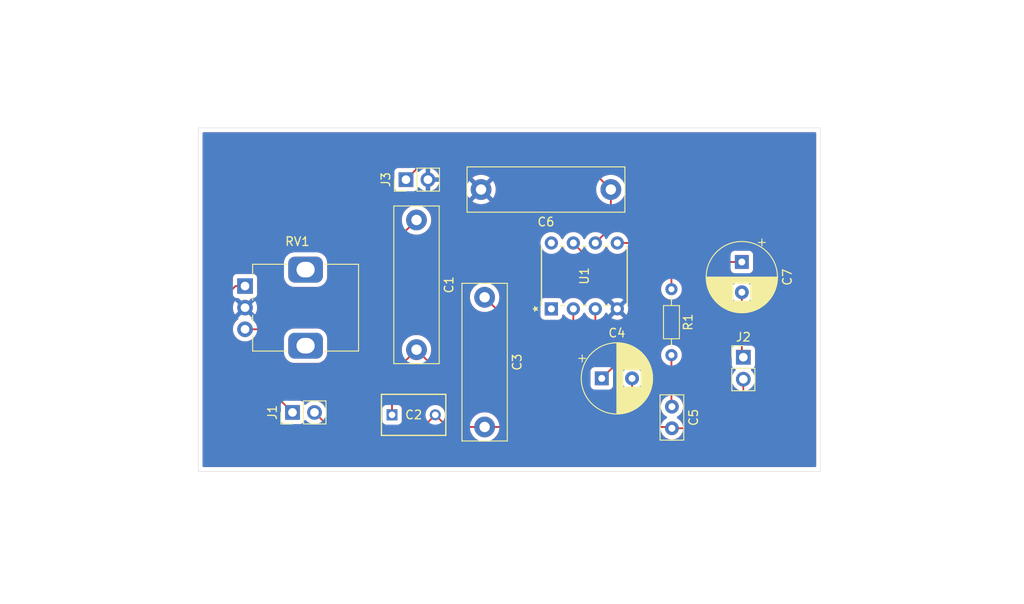
<source format=kicad_pcb>
(kicad_pcb (version 20221018) (generator pcbnew)
  (layers (0 "F.Cu" signal) (31 "B.Cu" signal) (34 "B.Paste" user) (35 "F.Paste" user) (36 "B.SilkS" user "B.Silkscreen") (37 "F.SilkS" user "F.Silkscreen") (38 "B.Mask" user) (39 "F.Mask" user) (44 "Edge.Cuts" user))
  (net 0 "")
  (net 1 "Net-(C7-Pad1)")
  (net 2 "Net-(C5-Pad1)")
  (net 4 "Net-(U1--)")
  (net 5 "Net-(U1-+)")
  (net 6 "GND")
  (net 7 "+9V")
  (net 8 "Net-(U1-BYPASS)")
  (net 10 "Net-(J1-Pin_2)")
  (net 11 "Net-(J1-Pin_1)")
  (net 12 "Net-(J2-Pin_1)")
  (net 13 "Net-(C1-Pad1)")
  (footprint "Capacitor_THT:C_Disc_D5.0mm_W2.5mm_P2.50mm" (layer "F.Cu") (at 147.3708 98.953 -90)
    (fp_text reference "C5" (at 1.25 -2.5 90) (layer "F.SilkS"))
    (fp_text value "100nF")
    (fp_line (start -1.37 -1.37) (end -1.37 1.37) (stroke (width 0.12)) (layer "F.SilkS"))
    (fp_line (start -1.37 -1.37) (end 3.87 -1.37) (stroke (width 0.12)) (layer "F.SilkS"))
    (fp_line (start -1.37 1.37) (end 3.87 1.37) (stroke (width 0.12)) (layer "F.SilkS"))
    (fp_line (start 3.87 -1.37) (end 3.87 1.37) (stroke (width 0.12)) (layer "F.SilkS"))
    (pad "1" thru_hole circle (at 0 0 270) (size 1.6 1.6) (drill 0.8) (layers "*.Cu" "*.Mask") (net 2 "Net-(C5-Pad1)"))
    (pad "2" thru_hole circle (at 2.5 0 270) (size 1.6 1.6) (drill 0.8) (layers "*.Cu" "*.Mask") (net 10 "Net-(J1-Pin_2)"))
  )
  (footprint "Custom:FKP2_04.5WX06.0HX07.2L_WIM" (layer "F.Cu") (at 115.0258 99.8982)
    (fp_text reference "C2" (at 2.5 0 unlocked) (layer "F.SilkS"))
    (fp_text value "47pF")
    (fp_line (start -1.2211 -2.3749) (end -1.2211 2.3749) (stroke (width 0.1524)) (layer "F.SilkS"))
    (fp_line (start 6.2211 -2.3749) (end -1.2211 -2.3749) (stroke (width 0.1524)) (layer "F.SilkS"))
    (fp_line (start 6.2211 -2.3749) (end 6.2211 2.3749) (stroke (width 0.1524)) (layer "F.SilkS"))
    (fp_line (start 6.2211 2.3749) (end -1.2211 2.3749) (stroke (width 0.1524)) (layer "F.SilkS"))
    (pad "1" thru_hole rect (at 0 0) (size 1.27 1.27) (drill 0.762) (layers "*.Cu" "*.Mask") (net 5 "Net-(U1-+)"))
    (pad "2" thru_hole circle (at 5 0) (size 1.27 1.27) (drill 0.762) (layers "*.Cu" "*.Mask") (net 10 "Net-(J1-Pin_2)"))
  )
  (footprint "Resistor_THT:R_Axial_DIN0204_L3.6mm_D1.6mm_P7.62mm_Horizontal" (layer "F.Cu") (at 147.32 85.3694 -90)
    (fp_text reference "R1" (at 3.81 -1.92 90) (layer "F.SilkS"))
    (fp_text value "10 Ohm")
    (fp_line (start 0.94 0) (end 1.89 0) (stroke (width 0.12)) (layer "F.SilkS"))
    (fp_line (start 1.89 -0.92) (end 1.89 0.92) (stroke (width 0.12)) (layer "F.SilkS"))
    (fp_line (start 1.89 0.92) (end 5.73 0.92) (stroke (width 0.12)) (layer "F.SilkS"))
    (fp_line (start 5.73 -0.92) (end 1.89 -0.92) (stroke (width 0.12)) (layer "F.SilkS"))
    (fp_line (start 5.73 0.92) (end 5.73 -0.92) (stroke (width 0.12)) (layer "F.SilkS"))
    (fp_line (start 6.68 0) (end 5.73 0) (stroke (width 0.12)) (layer "F.SilkS"))
    (pad "1" thru_hole circle (at 0 0 270) (size 1.4 1.4) (drill 0.7) (layers "*.Cu" "*.Mask") (net 1 "Net-(C7-Pad1)"))
    (pad "2" thru_hole oval (at 7.62 0 270) (size 1.4 1.4) (drill 0.7) (layers "*.Cu" "*.Mask") (net 2 "Net-(C5-Pad1)"))
  )
  (footprint "Capacitor_THT:C_Rect_L18.0mm_W5.0mm_P15.00mm_FKS3_FKP3" (layer "F.Cu") (at 125.73 86.3022 -90)
    (fp_text reference "C3" (at 7.5 -3.75 90) (layer "F.SilkS"))
    (fp_text value "270nF")
    (fp_line (start -1.62 -2.62) (end -1.62 2.62) (stroke (width 0.12)) (layer "F.SilkS"))
    (fp_line (start -1.62 -2.62) (end 16.62 -2.62) (stroke (width 0.12)) (layer "F.SilkS"))
    (fp_line (start -1.62 2.62) (end 16.62 2.62) (stroke (width 0.12)) (layer "F.SilkS"))
    (fp_line (start 16.62 -2.62) (end 16.62 2.62) (stroke (width 0.12)) (layer "F.SilkS"))
    (pad "1" thru_hole circle (at 0 0 270) (size 2.4 2.4) (drill 1.2) (layers "*.Cu" "*.Mask") (net 4 "Net-(U1--)"))
    (pad "2" thru_hole circle (at 15 0 270) (size 2.4 2.4) (drill 1.2) (layers "*.Cu" "*.Mask") (net 10 "Net-(J1-Pin_2)"))
  )
  (footprint "Connector_PinHeader_2.54mm:PinHeader_1x02_P2.54mm_Vertical" (layer "F.Cu") (at 155.6258 93.2384)
    (fp_text reference "J2" (at 0 -2.33) (layer "F.SilkS"))
    (fp_text value "Conn_01x02_Socket")
    (fp_line (start -1.33 -1.33) (end 0 -1.33) (stroke (width 0.12)) (layer "F.SilkS"))
    (fp_line (start -1.33 0) (end -1.33 -1.33) (stroke (width 0.12)) (layer "F.SilkS"))
    (fp_line (start -1.33 1.27) (end -1.33 3.87) (stroke (width 0.12)) (layer "F.SilkS"))
    (fp_line (start -1.33 1.27) (end 1.33 1.27) (stroke (width 0.12)) (layer "F.SilkS"))
    (fp_line (start -1.33 3.87) (end 1.33 3.87) (stroke (width 0.12)) (layer "F.SilkS"))
    (fp_line (start 1.33 1.27) (end 1.33 3.87) (stroke (width 0.12)) (layer "F.SilkS"))
    (pad "1" thru_hole rect (at 0 0) (size 1.7 1.7) (drill 1) (layers "*.Cu" "*.Mask") (net 12 "Net-(J2-Pin_1)"))
    (pad "2" thru_hole oval (at 0 2.54) (size 1.7 1.7) (drill 1) (layers "*.Cu" "*.Mask") (net 10 "Net-(J1-Pin_2)"))
  )
  (footprint "Potentiometer_THT:Potentiometer_Alps_RK09K_Single_Vertical" (layer "F.Cu") (at 98.0392 85.003)
    (fp_text reference "RV1" (at 6.05 -5.15) (layer "F.SilkS"))
    (fp_text value "R_Potentiometer")
    (fp_line (start 0.88 -2.521) (end 0.88 -1.2) (stroke (width 0.12)) (layer "F.SilkS"))
    (fp_line (start 0.88 -2.521) (end 4.817 -2.521) (stroke (width 0.12)) (layer "F.SilkS"))
    (fp_line (start 0.88 1.25) (end 0.88 1.63) (stroke (width 0.12)) (layer "F.SilkS"))
    (fp_line (start 0.88 3.371) (end 0.88 4.13) (stroke (width 0.12)) (layer "F.SilkS"))
    (fp_line (start 0.88 5.87) (end 0.88 7.52) (stroke (width 0.12)) (layer "F.SilkS"))
    (fp_line (start 0.88 7.52) (end 4.817 7.52) (stroke (width 0.12)) (layer "F.SilkS"))
    (fp_line (start 9.184 -2.521) (end 13.12 -2.521) (stroke (width 0.12)) (layer "F.SilkS"))
    (fp_line (start 9.184 7.52) (end 13.12 7.52) (stroke (width 0.12)) (layer "F.SilkS"))
    (fp_line (start 13.12 -2.521) (end 13.12 7.52) (stroke (width 0.12)) (layer "F.SilkS"))
    (pad "1" thru_hole rect (at 0 0) (size 1.8 1.8) (drill 1) (layers "*.Cu" "*.Mask") (net 11 "Net-(J1-Pin_1)"))
    (pad "2" thru_hole circle (at 0 2.5) (size 1.8 1.8) (drill 1) (layers "*.Cu" "*.Mask") (net 6 "GND"))
    (pad "3" thru_hole circle (at 0 5) (size 1.8 1.8) (drill 1) (layers "*.Cu" "*.Mask") (net 13 "Net-(C1-Pad1)"))
    (pad "MP" thru_hole roundrect (at 7 -1.9) (size 4 3) (drill oval 2.1 1.8) (layers "*.Cu" "*.Mask"))
    (pad "MP" thru_hole roundrect (at 7 6.9) (size 4 3) (drill oval 2.1 1.8) (layers "*.Cu" "*.Mask"))
  )
  (footprint "Capacitor_THT:C_Rect_L18.0mm_W5.0mm_P15.00mm_FKS3_FKP3" (layer "F.Cu") (at 140.3166 73.8378 180)
    (fp_text reference "C6" (at 7.5 -3.75) (layer "F.SilkS"))
    (fp_text value "270nF")
    (fp_line (start -1.62 -2.62) (end -1.62 2.62) (stroke (width 0.12)) (layer "F.SilkS"))
    (fp_line (start -1.62 -2.62) (end 16.62 -2.62) (stroke (width 0.12)) (layer "F.SilkS"))
    (fp_line (start -1.62 2.62) (end 16.62 2.62) (stroke (width 0.12)) (layer "F.SilkS"))
    (fp_line (start 16.62 -2.62) (end 16.62 2.62) (stroke (width 0.12)) (layer "F.SilkS"))
    (pad "1" thru_hole circle (at 0 0 180) (size 2.4 2.4) (drill 1.2) (layers "*.Cu" "*.Mask") (net 7 "+9V"))
    (pad "2" thru_hole circle (at 15 0 180) (size 2.4 2.4) (drill 1.2) (layers "*.Cu" "*.Mask") (net 6 "GND"))
  )
  (footprint "Connector_PinHeader_2.54mm:PinHeader_1x02_P2.54mm_Vertical" (layer "F.Cu") (at 116.6368 72.6948 90)
    (fp_text reference "J3" (at 0 -2.33 90) (layer "F.SilkS"))
    (fp_text value "Conn_01x02_Socket")
    (fp_line (start -1.33 -1.33) (end 0 -1.33) (stroke (width 0.12)) (layer "F.SilkS"))
    (fp_line (start -1.33 0) (end -1.33 -1.33) (stroke (width 0.12)) (layer "F.SilkS"))
    (fp_line (start -1.33 1.27) (end -1.33 3.87) (stroke (width 0.12)) (layer "F.SilkS"))
    (fp_line (start -1.33 1.27) (end 1.33 1.27) (stroke (width 0.12)) (layer "F.SilkS"))
    (fp_line (start -1.33 3.87) (end 1.33 3.87) (stroke (width 0.12)) (layer "F.SilkS"))
    (fp_line (start 1.33 1.27) (end 1.33 3.87) (stroke (width 0.12)) (layer "F.SilkS"))
    (pad "1" thru_hole rect (at 0 0 90) (size 1.7 1.7) (drill 1) (layers "*.Cu" "*.Mask") (net 7 "+9V"))
    (pad "2" thru_hole oval (at 0 2.54 90) (size 1.7 1.7) (drill 1) (layers "*.Cu" "*.Mask") (net 6 "GND"))
  )
  (footprint "Custom:N08E_TEX" (layer "F.Cu") (at 133.4418 87.6402 90)
    (fp_text reference "U1" (at 3.81 3.81 90 unlocked) (layer "F.SilkS"))
    (fp_text value "LM386")
    (fp_text user "*" (at 0 -1.524 90) (layer "F.SilkS"))
    (fp_text user "*" (at 0 -1.524 90 unlocked) (layer "F.SilkS"))
    (fp_line (start 0.381 1.09474) (end 0.381 1.513699) (stroke (width 0.1524)) (layer "F.SilkS"))
    (fp_line (start 0.381 3.566301) (end 0.381 4.053699) (stroke (width 0.1524)) (layer "F.SilkS"))
    (fp_line (start 0.381 6.106301) (end 0.381 6.593699) (stroke (width 0.1524)) (layer "F.SilkS"))
    (fp_line (start 0.381 8.763) (end 7.239 8.763) (stroke (width 0.1524)) (layer "F.SilkS"))
    (fp_line (start 7.239 -1.143) (end 0.381 -1.143) (stroke (width 0.1524)) (layer "F.SilkS"))
    (fp_line (start 7.239 1.513699) (end 7.239 1.026301) (stroke (width 0.1524)) (layer "F.SilkS"))
    (fp_line (start 7.239 4.053699) (end 7.239 3.566301) (stroke (width 0.1524)) (layer "F.SilkS"))
    (fp_line (start 7.239 6.593699) (end 7.239 6.106301) (stroke (width 0.1524)) (layer "F.SilkS"))
    (pad "1" thru_hole rect (at 0 0 90) (size 1.524 1.524) (drill 0.8128) (layers "*.Cu" "*.Mask"))
    (pad "2" thru_hole circle (at 0 2.54 90) (size 1.524 1.524) (drill 0.8128) (layers "*.Cu" "*.Mask") (net 4 "Net-(U1--)"))
    (pad "3" thru_hole circle (at 0 5.08 90) (size 1.524 1.524) (drill 0.8128) (layers "*.Cu" "*.Mask") (net 5 "Net-(U1-+)"))
    (pad "4" thru_hole circle (at 0 7.62 90) (size 1.524 1.524) (drill 0.8128) (layers "*.Cu" "*.Mask") (net 6 "GND"))
    (pad "5" thru_hole circle (at 7.62 7.62 90) (size 1.524 1.524) (drill 0.8128) (layers "*.Cu" "*.Mask") (net 1 "Net-(C7-Pad1)"))
    (pad "6" thru_hole circle (at 7.62 5.08 90) (size 1.524 1.524) (drill 0.8128) (layers "*.Cu" "*.Mask") (net 7 "+9V"))
    (pad "7" thru_hole circle (at 7.62 2.54 90) (size 1.524 1.524) (drill 0.8128) (layers "*.Cu" "*.Mask") (net 8 "Net-(U1-BYPASS)"))
    (pad "8" thru_hole circle (at 7.62 0 90) (size 1.524 1.524) (drill 0.8128) (layers "*.Cu" "*.Mask"))
  )
  (footprint "Capacitor_THT:CP_Radial_D8.0mm_P3.50mm" (layer "F.Cu") (at 155.4532 82.2198 -90)
    (fp_text reference "C7" (at 1.75 -5.25 90) (layer "F.SilkS"))
    (fp_text value "470uF")
    (fp_line (start -2.659698 -2.315) (end -1.859698 -2.315) (stroke (width 0.12)) (layer "F.SilkS"))
    (fp_line (start -2.259698 -2.715) (end -2.259698 -1.915) (stroke (width 0.12)) (layer "F.SilkS"))
    (fp_line (start 1.75 -4.08) (end 1.75 4.08) (stroke (width 0.12)) (layer "F.SilkS"))
    (fp_line (start 1.79 -4.08) (end 1.79 4.08) (stroke (width 0.12)) (layer "F.SilkS"))
    (fp_line (start 1.83 -4.08) (end 1.83 4.08) (stroke (width 0.12)) (layer "F.SilkS"))
    (fp_line (start 1.87 -4.079) (end 1.87 4.079) (stroke (width 0.12)) (layer "F.SilkS"))
    (fp_line (start 1.91 -4.077) (end 1.91 4.077) (stroke (width 0.12)) (layer "F.SilkS"))
    (fp_line (start 1.95 -4.076) (end 1.95 4.076) (stroke (width 0.12)) (layer "F.SilkS"))
    (fp_line (start 1.99 -4.074) (end 1.99 4.074) (stroke (width 0.12)) (layer "F.SilkS"))
    (fp_line (start 2.03 -4.071) (end 2.03 4.071) (stroke (width 0.12)) (layer "F.SilkS"))
    (fp_line (start 2.07 -4.068) (end 2.07 4.068) (stroke (width 0.12)) (layer "F.SilkS"))
    (fp_line (start 2.11 -4.065) (end 2.11 4.065) (stroke (width 0.12)) (layer "F.SilkS"))
    (fp_line (start 2.15 -4.061) (end 2.15 4.061) (stroke (width 0.12)) (layer "F.SilkS"))
    (fp_line (start 2.19 -4.057) (end 2.19 4.057) (stroke (width 0.12)) (layer "F.SilkS"))
    (fp_line (start 2.23 -4.052) (end 2.23 4.052) (stroke (width 0.12)) (layer "F.SilkS"))
    (fp_line (start 2.27 -4.048) (end 2.27 4.048) (stroke (width 0.12)) (layer "F.SilkS"))
    (fp_line (start 2.31 -4.042) (end 2.31 4.042) (stroke (width 0.12)) (layer "F.SilkS"))
    (fp_line (start 2.35 -4.037) (end 2.35 4.037) (stroke (width 0.12)) (layer "F.SilkS"))
    (fp_line (start 2.39 -4.03) (end 2.39 4.03) (stroke (width 0.12)) (layer "F.SilkS"))
    (fp_line (start 2.43 -4.024) (end 2.43 4.024) (stroke (width 0.12)) (layer "F.SilkS"))
    (fp_line (start 2.471 -4.017) (end 2.471 -1.04) (stroke (width 0.12)) (layer "F.SilkS"))
    (fp_line (start 2.471 1.04) (end 2.471 4.017) (stroke (width 0.12)) (layer "F.SilkS"))
    (fp_line (start 2.511 -4.01) (end 2.511 -1.04) (stroke (width 0.12)) (layer "F.SilkS"))
    (fp_line (start 2.511 1.04) (end 2.511 4.01) (stroke (width 0.12)) (layer "F.SilkS"))
    (fp_line (start 2.551 -4.002) (end 2.551 -1.04) (stroke (width 0.12)) (layer "F.SilkS"))
    (fp_line (start 2.551 1.04) (end 2.551 4.002) (stroke (width 0.12)) (layer "F.SilkS"))
    (fp_line (start 2.591 -3.994) (end 2.591 -1.04) (stroke (width 0.12)) (layer "F.SilkS"))
    (fp_line (start 2.591 1.04) (end 2.591 3.994) (stroke (width 0.12)) (layer "F.SilkS"))
    (fp_line (start 2.631 -3.985) (end 2.631 -1.04) (stroke (width 0.12)) (layer "F.SilkS"))
    (fp_line (start 2.631 1.04) (end 2.631 3.985) (stroke (width 0.12)) (layer "F.SilkS"))
    (fp_line (start 2.671 -3.976) (end 2.671 -1.04) (stroke (width 0.12)) (layer "F.SilkS"))
    (fp_line (start 2.671 1.04) (end 2.671 3.976) (stroke (width 0.12)) (layer "F.SilkS"))
    (fp_line (start 2.711 -3.967) (end 2.711 -1.04) (stroke (width 0.12)) (layer "F.SilkS"))
    (fp_line (start 2.711 1.04) (end 2.711 3.967) (stroke (width 0.12)) (layer "F.SilkS"))
    (fp_line (start 2.751 -3.957) (end 2.751 -1.04) (stroke (width 0.12)) (layer "F.SilkS"))
    (fp_line (start 2.751 1.04) (end 2.751 3.957) (stroke (width 0.12)) (layer "F.SilkS"))
    (fp_line (start 2.791 -3.947) (end 2.791 -1.04) (stroke (width 0.12)) (layer "F.SilkS"))
    (fp_line (start 2.791 1.04) (end 2.791 3.947) (stroke (width 0.12)) (layer "F.SilkS"))
    (fp_line (start 2.831 -3.936) (end 2.831 -1.04) (stroke (width 0.12)) (layer "F.SilkS"))
    (fp_line (start 2.831 1.04) (end 2.831 3.936) (stroke (width 0.12)) (layer "F.SilkS"))
    (fp_line (start 2.871 -3.925) (end 2.871 -1.04) (stroke (width 0.12)) (layer "F.SilkS"))
    (fp_line (start 2.871 1.04) (end 2.871 3.925) (stroke (width 0.12)) (layer "F.SilkS"))
    (fp_line (start 2.911 -3.914) (end 2.911 -1.04) (stroke (width 0.12)) (layer "F.SilkS"))
    (fp_line (start 2.911 1.04) (end 2.911 3.914) (stroke (width 0.12)) (layer "F.SilkS"))
    (fp_line (start 2.951 -3.902) (end 2.951 -1.04) (stroke (width 0.12)) (layer "F.SilkS"))
    (fp_line (start 2.951 1.04) (end 2.951 3.902) (stroke (width 0.12)) (layer "F.SilkS"))
    (fp_line (start 2.991 -3.889) (end 2.991 -1.04) (stroke (width 0.12)) (layer "F.SilkS"))
    (fp_line (start 2.991 1.04) (end 2.991 3.889) (stroke (width 0.12)) (layer "F.SilkS"))
    (fp_line (start 3.031 -3.877) (end 3.031 -1.04) (stroke (width 0.12)) (layer "F.SilkS"))
    (fp_line (start 3.031 1.04) (end 3.031 3.877) (stroke (width 0.12)) (layer "F.SilkS"))
    (fp_line (start 3.071 -3.863) (end 3.071 -1.04) (stroke (width 0.12)) (layer "F.SilkS"))
    (fp_line (start 3.071 1.04) (end 3.071 3.863) (stroke (width 0.12)) (layer "F.SilkS"))
    (fp_line (start 3.111 -3.85) (end 3.111 -1.04) (stroke (width 0.12)) (layer "F.SilkS"))
    (fp_line (start 3.111 1.04) (end 3.111 3.85) (stroke (width 0.12)) (layer "F.SilkS"))
    (fp_line (start 3.151 -3.835) (end 3.151 -1.04) (stroke (width 0.12)) (layer "F.SilkS"))
    (fp_line (start 3.151 1.04) (end 3.151 3.835) (stroke (width 0.12)) (layer "F.SilkS"))
    (fp_line (start 3.191 -3.821) (end 3.191 -1.04) (stroke (width 0.12)) (layer "F.SilkS"))
    (fp_line (start 3.191 1.04) (end 3.191 3.821) (stroke (width 0.12)) (layer "F.SilkS"))
    (fp_line (start 3.231 -3.805) (end 3.231 -1.04) (stroke (width 0.12)) (layer "F.SilkS"))
    (fp_line (start 3.231 1.04) (end 3.231 3.805) (stroke (width 0.12)) (layer "F.SilkS"))
    (fp_line (start 3.271 -3.79) (end 3.271 -1.04) (stroke (width 0.12)) (layer "F.SilkS"))
    (fp_line (start 3.271 1.04) (end 3.271 3.79) (stroke (width 0.12)) (layer "F.SilkS"))
    (fp_line (start 3.311 -3.774) (end 3.311 -1.04) (stroke (width 0.12)) (layer "F.SilkS"))
    (fp_line (start 3.311 1.04) (end 3.311 3.774) (stroke (width 0.12)) (layer "F.SilkS"))
    (fp_line (start 3.351 -3.757) (end 3.351 -1.04) (stroke (width 0.12)) (layer "F.SilkS"))
    (fp_line (start 3.351 1.04) (end 3.351 3.757) (stroke (width 0.12)) (layer "F.SilkS"))
    (fp_line (start 3.391 -3.74) (end 3.391 -1.04) (stroke (width 0.12)) (layer "F.SilkS"))
    (fp_line (start 3.391 1.04) (end 3.391 3.74) (stroke (width 0.12)) (layer "F.SilkS"))
    (fp_line (start 3.431 -3.722) (end 3.431 -1.04) (stroke (width 0.12)) (layer "F.SilkS"))
    (fp_line (start 3.431 1.04) (end 3.431 3.722) (stroke (width 0.12)) (layer "F.SilkS"))
    (fp_line (start 3.471 -3.704) (end 3.471 -1.04) (stroke (width 0.12)) (layer "F.SilkS"))
    (fp_line (start 3.471 1.04) (end 3.471 3.704) (stroke (width 0.12)) (layer "F.SilkS"))
    (fp_line (start 3.511 -3.686) (end 3.511 -1.04) (stroke (width 0.12)) (layer "F.SilkS"))
    (fp_line (start 3.511 1.04) (end 3.511 3.686) (stroke (width 0.12)) (layer "F.SilkS"))
    (fp_line (start 3.551 -3.666) (end 3.551 -1.04) (stroke (width 0.12)) (layer "F.SilkS"))
    (fp_line (start 3.551 1.04) (end 3.551 3.666) (stroke (width 0.12)) (layer "F.SilkS"))
    (fp_line (start 3.591 -3.647) (end 3.591 -1.04) (stroke (width 0.12)) (layer "F.SilkS"))
    (fp_line (start 3.591 1.04) (end 3.591 3.647) (stroke (width 0.12)) (layer "F.SilkS"))
    (fp_line (start 3.631 -3.627) (end 3.631 -1.04) (stroke (width 0.12)) (layer "F.SilkS"))
    (fp_line (start 3.631 1.04) (end 3.631 3.627) (stroke (width 0.12)) (layer "F.SilkS"))
    (fp_line (start 3.671 -3.606) (end 3.671 -1.04) (stroke (width 0.12)) (layer "F.SilkS"))
    (fp_line (start 3.671 1.04) (end 3.671 3.606) (stroke (width 0.12)) (layer "F.SilkS"))
    (fp_line (start 3.711 -3.584) (end 3.711 -1.04) (stroke (width 0.12)) (layer "F.SilkS"))
    (fp_line (start 3.711 1.04) (end 3.711 3.584) (stroke (width 0.12)) (layer "F.SilkS"))
    (fp_line (start 3.751 -3.562) (end 3.751 -1.04) (stroke (width 0.12)) (layer "F.SilkS"))
    (fp_line (start 3.751 1.04) (end 3.751 3.562) (stroke (width 0.12)) (layer "F.SilkS"))
    (fp_line (start 3.791 -3.54) (end 3.791 -1.04) (stroke (width 0.12)) (layer "F.SilkS"))
    (fp_line (start 3.791 1.04) (end 3.791 3.54) (stroke (width 0.12)) (layer "F.SilkS"))
    (fp_line (start 3.831 -3.517) (end 3.831 -1.04) (stroke (width 0.12)) (layer "F.SilkS"))
    (fp_line (start 3.831 1.04) (end 3.831 3.517) (stroke (width 0.12)) (layer "F.SilkS"))
    (fp_line (start 3.871 -3.493) (end 3.871 -1.04) (stroke (width 0.12)) (layer "F.SilkS"))
    (fp_line (start 3.871 1.04) (end 3.871 3.493) (stroke (width 0.12)) (layer "F.SilkS"))
    (fp_line (start 3.911 -3.469) (end 3.911 -1.04) (stroke (width 0.12)) (layer "F.SilkS"))
    (fp_line (start 3.911 1.04) (end 3.911 3.469) (stroke (width 0.12)) (layer "F.SilkS"))
    (fp_line (start 3.951 -3.444) (end 3.951 -1.04) (stroke (width 0.12)) (layer "F.SilkS"))
    (fp_line (start 3.951 1.04) (end 3.951 3.444) (stroke (width 0.12)) (layer "F.SilkS"))
    (fp_line (start 3.991 -3.418) (end 3.991 -1.04) (stroke (width 0.12)) (layer "F.SilkS"))
    (fp_line (start 3.991 1.04) (end 3.991 3.418) (stroke (width 0.12)) (layer "F.SilkS"))
    (fp_line (start 4.031 -3.392) (end 4.031 -1.04) (stroke (width 0.12)) (layer "F.SilkS"))
    (fp_line (start 4.031 1.04) (end 4.031 3.392) (stroke (width 0.12)) (layer "F.SilkS"))
    (fp_line (start 4.071 -3.365) (end 4.071 -1.04) (stroke (width 0.12)) (layer "F.SilkS"))
    (fp_line (start 4.071 1.04) (end 4.071 3.365) (stroke (width 0.12)) (layer "F.SilkS"))
    (fp_line (start 4.111 -3.338) (end 4.111 -1.04) (stroke (width 0.12)) (layer "F.SilkS"))
    (fp_line (start 4.111 1.04) (end 4.111 3.338) (stroke (width 0.12)) (layer "F.SilkS"))
    (fp_line (start 4.151 -3.309) (end 4.151 -1.04) (stroke (width 0.12)) (layer "F.SilkS"))
    (fp_line (start 4.151 1.04) (end 4.151 3.309) (stroke (width 0.12)) (layer "F.SilkS"))
    (fp_line (start 4.191 -3.28) (end 4.191 -1.04) (stroke (width 0.12)) (layer "F.SilkS"))
    (fp_line (start 4.191 1.04) (end 4.191 3.28) (stroke (width 0.12)) (layer "F.SilkS"))
    (fp_line (start 4.231 -3.25) (end 4.231 -1.04) (stroke (width 0.12)) (layer "F.SilkS"))
    (fp_line (start 4.231 1.04) (end 4.231 3.25) (stroke (width 0.12)) (layer "F.SilkS"))
    (fp_line (start 4.271 -3.22) (end 4.271 -1.04) (stroke (width 0.12)) (layer "F.SilkS"))
    (fp_line (start 4.271 1.04) (end 4.271 3.22) (stroke (width 0.12)) (layer "F.SilkS"))
    (fp_line (start 4.311 -3.189) (end 4.311 -1.04) (stroke (width 0.12)) (layer "F.SilkS"))
    (fp_line (start 4.311 1.04) (end 4.311 3.189) (stroke (width 0.12)) (layer "F.SilkS"))
    (fp_line (start 4.351 -3.156) (end 4.351 -1.04) (stroke (width 0.12)) (layer "F.SilkS"))
    (fp_line (start 4.351 1.04) (end 4.351 3.156) (stroke (width 0.12)) (layer "F.SilkS"))
    (fp_line (start 4.391 -3.124) (end 4.391 -1.04) (stroke (width 0.12)) (layer "F.SilkS"))
    (fp_line (start 4.391 1.04) (end 4.391 3.124) (stroke (width 0.12)) (layer "F.SilkS"))
    (fp_line (start 4.431 -3.09) (end 4.431 -1.04) (stroke (width 0.12)) (layer "F.SilkS"))
    (fp_line (start 4.431 1.04) (end 4.431 3.09) (stroke (width 0.12)) (layer "F.SilkS"))
    (fp_line (start 4.471 -3.055) (end 4.471 -1.04) (stroke (width 0.12)) (layer "F.SilkS"))
    (fp_line (start 4.471 1.04) (end 4.471 3.055) (stroke (width 0.12)) (layer "F.SilkS"))
    (fp_line (start 4.511 -3.019) (end 4.511 -1.04) (stroke (width 0.12)) (layer "F.SilkS"))
    (fp_line (start 4.511 1.04) (end 4.511 3.019) (stroke (width 0.12)) (layer "F.SilkS"))
    (fp_line (start 4.551 -2.983) (end 4.551 2.983) (stroke (width 0.12)) (layer "F.SilkS"))
    (fp_line (start 4.591 -2.945) (end 4.591 2.945) (stroke (width 0.12)) (layer "F.SilkS"))
    (fp_line (start 4.631 -2.907) (end 4.631 2.907) (stroke (width 0.12)) (layer "F.SilkS"))
    (fp_line (start 4.671 -2.867) (end 4.671 2.867) (stroke (width 0.12)) (layer "F.SilkS"))
    (fp_line (start 4.711 -2.826) (end 4.711 2.826) (stroke (width 0.12)) (layer "F.SilkS"))
    (fp_line (start 4.751 -2.784) (end 4.751 2.784) (stroke (width 0.12)) (layer "F.SilkS"))
    (fp_line (start 4.791 -2.741) (end 4.791 2.741) (stroke (width 0.12)) (layer "F.SilkS"))
    (fp_line (start 4.831 -2.697) (end 4.831 2.697) (stroke (width 0.12)) (layer "F.SilkS"))
    (fp_line (start 4.871 -2.651) (end 4.871 2.651) (stroke (width 0.12)) (layer "F.SilkS"))
    (fp_line (start 4.911 -2.604) (end 4.911 2.604) (stroke (width 0.12)) (layer "F.SilkS"))
    (fp_line (start 4.951 -2.556) (end 4.951 2.556) (stroke (width 0.12)) (layer "F.SilkS"))
    (fp_line (start 4.991 -2.505) (end 4.991 2.505) (stroke (width 0.12)) (layer "F.SilkS"))
    (fp_line (start 5.031 -2.454) (end 5.031 2.454) (stroke (width 0.12)) (layer "F.SilkS"))
    (fp_line (start 5.071 -2.4) (end 5.071 2.4) (stroke (width 0.12)) (layer "F.SilkS"))
    (fp_line (start 5.111 -2.345) (end 5.111 2.345) (stroke (width 0.12)) (layer "F.SilkS"))
    (fp_line (start 5.151 -2.287) (end 5.151 2.287) (stroke (width 0.12)) (layer "F.SilkS"))
    (fp_line (start 5.191 -2.228) (end 5.191 2.228) (stroke (width 0.12)) (layer "F.SilkS"))
    (fp_line (start 5.231 -2.166) (end 5.231 2.166) (stroke (width 0.12)) (layer "F.SilkS"))
    (fp_line (start 5.271 -2.102) (end 5.271 2.102) (stroke (width 0.12)) (layer "F.SilkS"))
    (fp_line (start 5.311 -2.034) (end 5.311 2.034) (stroke (width 0.12)) (layer "F.SilkS"))
    (fp_line (start 5.351 -1.964) (end 5.351 1.964) (stroke (width 0.12)) (layer "F.SilkS"))
    (fp_line (start 5.391 -1.89) (end 5.391 1.89) (stroke (width 0.12)) (layer "F.SilkS"))
    (fp_line (start 5.431 -1.813) (end 5.431 1.813) (stroke (width 0.12)) (layer "F.SilkS"))
    (fp_line (start 5.471 -1.731) (end 5.471 1.731) (stroke (width 0.12)) (layer "F.SilkS"))
    (fp_line (start 5.511 -1.645) (end 5.511 1.645) (stroke (width 0.12)) (layer "F.SilkS"))
    (fp_line (start 5.551 -1.552) (end 5.551 1.552) (stroke (width 0.12)) (layer "F.SilkS"))
    (fp_line (start 5.591 -1.453) (end 5.591 1.453) (stroke (width 0.12)) (layer "F.SilkS"))
    (fp_line (start 5.631 -1.346) (end 5.631 1.346) (stroke (width 0.12)) (layer "F.SilkS"))
    (fp_line (start 5.671 -1.229) (end 5.671 1.229) (stroke (width 0.12)) (layer "F.SilkS"))
    (fp_line (start 5.711 -1.098) (end 5.711 1.098) (stroke (width 0.12)) (layer "F.SilkS"))
    (fp_line (start 5.751 -0.948) (end 5.751 0.948) (stroke (width 0.12)) (layer "F.SilkS"))
    (fp_line (start 5.791 -0.768) (end 5.791 0.768) (stroke (width 0.12)) (layer "F.SilkS"))
    (fp_line (start 5.831 -0.533) (end 5.831 0.533) (stroke (width 0.12)) (layer "F.SilkS"))
    (fp_circle (center 1.75 0) (end 5.87 0) (stroke (width 0.12)) (fill none) (layer "F.SilkS"))
    (pad "1" thru_hole rect (at 0 0 270) (size 1.6 1.6) (drill 0.8) (layers "*.Cu" "*.Mask") (net 1 "Net-(C7-Pad1)"))
    (pad "2" thru_hole circle (at 3.5 0 270) (size 1.6 1.6) (drill 0.8) (layers "*.Cu" "*.Mask") (net 12 "Net-(J2-Pin_1)"))
  )
  (footprint "Connector_PinHeader_2.54mm:PinHeader_1x02_P2.54mm_Vertical" (layer "F.Cu") (at 103.5254 99.6188 90)
    (fp_text reference "J1" (at 0 -2.33 90) (layer "F.SilkS"))
    (fp_text value "Conn_01x02_Socket")
    (fp_line (start -1.33 -1.33) (end 0 -1.33) (stroke (width 0.12)) (layer "F.SilkS"))
    (fp_line (start -1.33 0) (end -1.33 -1.33) (stroke (width 0.12)) (layer "F.SilkS"))
    (fp_line (start -1.33 1.27) (end -1.33 3.87) (stroke (width 0.12)) (layer "F.SilkS"))
    (fp_line (start -1.33 1.27) (end 1.33 1.27) (stroke (width 0.12)) (layer "F.SilkS"))
    (fp_line (start -1.33 3.87) (end 1.33 3.87) (stroke (width 0.12)) (layer "F.SilkS"))
    (fp_line (start 1.33 1.27) (end 1.33 3.87) (stroke (width 0.12)) (layer "F.SilkS"))
    (pad "1" thru_hole rect (at 0 0 90) (size 1.7 1.7) (drill 1) (layers "*.Cu" "*.Mask") (net 11 "Net-(J1-Pin_1)"))
    (pad "2" thru_hole oval (at 0 2.54 90) (size 1.7 1.7) (drill 1) (layers "*.Cu" "*.Mask") (net 10 "Net-(J1-Pin_2)"))
  )
  (footprint "Capacitor_THT:CP_Radial_D8.0mm_P3.50mm" (layer "F.Cu") (at 139.266549 95.6818)
    (fp_text reference "C4" (at 1.75 -5.25) (layer "F.SilkS"))
    (fp_text value "10uF")
    (fp_line (start -2.659698 -2.315) (end -1.859698 -2.315) (stroke (width 0.12)) (layer "F.SilkS"))
    (fp_line (start -2.259698 -2.715) (end -2.259698 -1.915) (stroke (width 0.12)) (layer "F.SilkS"))
    (fp_line (start 1.75 -4.08) (end 1.75 4.08) (stroke (width 0.12)) (layer "F.SilkS"))
    (fp_line (start 1.79 -4.08) (end 1.79 4.08) (stroke (width 0.12)) (layer "F.SilkS"))
    (fp_line (start 1.83 -4.08) (end 1.83 4.08) (stroke (width 0.12)) (layer "F.SilkS"))
    (fp_line (start 1.87 -4.079) (end 1.87 4.079) (stroke (width 0.12)) (layer "F.SilkS"))
    (fp_line (start 1.91 -4.077) (end 1.91 4.077) (stroke (width 0.12)) (layer "F.SilkS"))
    (fp_line (start 1.95 -4.076) (end 1.95 4.076) (stroke (width 0.12)) (layer "F.SilkS"))
    (fp_line (start 1.99 -4.074) (end 1.99 4.074) (stroke (width 0.12)) (layer "F.SilkS"))
    (fp_line (start 2.03 -4.071) (end 2.03 4.071) (stroke (width 0.12)) (layer "F.SilkS"))
    (fp_line (start 2.07 -4.068) (end 2.07 4.068) (stroke (width 0.12)) (layer "F.SilkS"))
    (fp_line (start 2.11 -4.065) (end 2.11 4.065) (stroke (width 0.12)) (layer "F.SilkS"))
    (fp_line (start 2.15 -4.061) (end 2.15 4.061) (stroke (width 0.12)) (layer "F.SilkS"))
    (fp_line (start 2.19 -4.057) (end 2.19 4.057) (stroke (width 0.12)) (layer "F.SilkS"))
    (fp_line (start 2.23 -4.052) (end 2.23 4.052) (stroke (width 0.12)) (layer "F.SilkS"))
    (fp_line (start 2.27 -4.048) (end 2.27 4.048) (stroke (width 0.12)) (layer "F.SilkS"))
    (fp_line (start 2.31 -4.042) (end 2.31 4.042) (stroke (width 0.12)) (layer "F.SilkS"))
    (fp_line (start 2.35 -4.037) (end 2.35 4.037) (stroke (width 0.12)) (layer "F.SilkS"))
    (fp_line (start 2.39 -4.03) (end 2.39 4.03) (stroke (width 0.12)) (layer "F.SilkS"))
    (fp_line (start 2.43 -4.024) (end 2.43 4.024) (stroke (width 0.12)) (layer "F.SilkS"))
    (fp_line (start 2.471 -4.017) (end 2.471 -1.04) (stroke (width 0.12)) (layer "F.SilkS"))
    (fp_line (start 2.471 1.04) (end 2.471 4.017) (stroke (width 0.12)) (layer "F.SilkS"))
    (fp_line (start 2.511 -4.01) (end 2.511 -1.04) (stroke (width 0.12)) (layer "F.SilkS"))
    (fp_line (start 2.511 1.04) (end 2.511 4.01) (stroke (width 0.12)) (layer "F.SilkS"))
    (fp_line (start 2.551 -4.002) (end 2.551 -1.04) (stroke (width 0.12)) (layer "F.SilkS"))
    (fp_line (start 2.551 1.04) (end 2.551 4.002) (stroke (width 0.12)) (layer "F.SilkS"))
    (fp_line (start 2.591 -3.994) (end 2.591 -1.04) (stroke (width 0.12)) (layer "F.SilkS"))
    (fp_line (start 2.591 1.04) (end 2.591 3.994) (stroke (width 0.12)) (layer "F.SilkS"))
    (fp_line (start 2.631 -3.985) (end 2.631 -1.04) (stroke (width 0.12)) (layer "F.SilkS"))
    (fp_line (start 2.631 1.04) (end 2.631 3.985) (stroke (width 0.12)) (layer "F.SilkS"))
    (fp_line (start 2.671 -3.976) (end 2.671 -1.04) (stroke (width 0.12)) (layer "F.SilkS"))
    (fp_line (start 2.671 1.04) (end 2.671 3.976) (stroke (width 0.12)) (layer "F.SilkS"))
    (fp_line (start 2.711 -3.967) (end 2.711 -1.04) (stroke (width 0.12)) (layer "F.SilkS"))
    (fp_line (start 2.711 1.04) (end 2.711 3.967) (stroke (width 0.12)) (layer "F.SilkS"))
    (fp_line (start 2.751 -3.957) (end 2.751 -1.04) (stroke (width 0.12)) (layer "F.SilkS"))
    (fp_line (start 2.751 1.04) (end 2.751 3.957) (stroke (width 0.12)) (layer "F.SilkS"))
    (fp_line (start 2.791 -3.947) (end 2.791 -1.04) (stroke (width 0.12)) (layer "F.SilkS"))
    (fp_line (start 2.791 1.04) (end 2.791 3.947) (stroke (width 0.12)) (layer "F.SilkS"))
    (fp_line (start 2.831 -3.936) (end 2.831 -1.04) (stroke (width 0.12)) (layer "F.SilkS"))
    (fp_line (start 2.831 1.04) (end 2.831 3.936) (stroke (width 0.12)) (layer "F.SilkS"))
    (fp_line (start 2.871 -3.925) (end 2.871 -1.04) (stroke (width 0.12)) (layer "F.SilkS"))
    (fp_line (start 2.871 1.04) (end 2.871 3.925) (stroke (width 0.12)) (layer "F.SilkS"))
    (fp_line (start 2.911 -3.914) (end 2.911 -1.04) (stroke (width 0.12)) (layer "F.SilkS"))
    (fp_line (start 2.911 1.04) (end 2.911 3.914) (stroke (width 0.12)) (layer "F.SilkS"))
    (fp_line (start 2.951 -3.902) (end 2.951 -1.04) (stroke (width 0.12)) (layer "F.SilkS"))
    (fp_line (start 2.951 1.04) (end 2.951 3.902) (stroke (width 0.12)) (layer "F.SilkS"))
    (fp_line (start 2.991 -3.889) (end 2.991 -1.04) (stroke (width 0.12)) (layer "F.SilkS"))
    (fp_line (start 2.991 1.04) (end 2.991 3.889) (stroke (width 0.12)) (layer "F.SilkS"))
    (fp_line (start 3.031 -3.877) (end 3.031 -1.04) (stroke (width 0.12)) (layer "F.SilkS"))
    (fp_line (start 3.031 1.04) (end 3.031 3.877) (stroke (width 0.12)) (layer "F.SilkS"))
    (fp_line (start 3.071 -3.863) (end 3.071 -1.04) (stroke (width 0.12)) (layer "F.SilkS"))
    (fp_line (start 3.071 1.04) (end 3.071 3.863) (stroke (width 0.12)) (layer "F.SilkS"))
    (fp_line (start 3.111 -3.85) (end 3.111 -1.04) (stroke (width 0.12)) (layer "F.SilkS"))
    (fp_line (start 3.111 1.04) (end 3.111 3.85) (stroke (width 0.12)) (layer "F.SilkS"))
    (fp_line (start 3.151 -3.835) (end 3.151 -1.04) (stroke (width 0.12)) (layer "F.SilkS"))
    (fp_line (start 3.151 1.04) (end 3.151 3.835) (stroke (width 0.12)) (layer "F.SilkS"))
    (fp_line (start 3.191 -3.821) (end 3.191 -1.04) (stroke (width 0.12)) (layer "F.SilkS"))
    (fp_line (start 3.191 1.04) (end 3.191 3.821) (stroke (width 0.12)) (layer "F.SilkS"))
    (fp_line (start 3.231 -3.805) (end 3.231 -1.04) (stroke (width 0.12)) (layer "F.SilkS"))
    (fp_line (start 3.231 1.04) (end 3.231 3.805) (stroke (width 0.12)) (layer "F.SilkS"))
    (fp_line (start 3.271 -3.79) (end 3.271 -1.04) (stroke (width 0.12)) (layer "F.SilkS"))
    (fp_line (start 3.271 1.04) (end 3.271 3.79) (stroke (width 0.12)) (layer "F.SilkS"))
    (fp_line (start 3.311 -3.774) (end 3.311 -1.04) (stroke (width 0.12)) (layer "F.SilkS"))
    (fp_line (start 3.311 1.04) (end 3.311 3.774) (stroke (width 0.12)) (layer "F.SilkS"))
    (fp_line (start 3.351 -3.757) (end 3.351 -1.04) (stroke (width 0.12)) (layer "F.SilkS"))
    (fp_line (start 3.351 1.04) (end 3.351 3.757) (stroke (width 0.12)) (layer "F.SilkS"))
    (fp_line (start 3.391 -3.74) (end 3.391 -1.04) (stroke (width 0.12)) (layer "F.SilkS"))
    (fp_line (start 3.391 1.04) (end 3.391 3.74) (stroke (width 0.12)) (layer "F.SilkS"))
    (fp_line (start 3.431 -3.722) (end 3.431 -1.04) (stroke (width 0.12)) (layer "F.SilkS"))
    (fp_line (start 3.431 1.04) (end 3.431 3.722) (stroke (width 0.12)) (layer "F.SilkS"))
    (fp_line (start 3.471 -3.704) (end 3.471 -1.04) (stroke (width 0.12)) (layer "F.SilkS"))
    (fp_line (start 3.471 1.04) (end 3.471 3.704) (stroke (width 0.12)) (layer "F.SilkS"))
    (fp_line (start 3.511 -3.686) (end 3.511 -1.04) (stroke (width 0.12)) (layer "F.SilkS"))
    (fp_line (start 3.511 1.04) (end 3.511 3.686) (stroke (width 0.12)) (layer "F.SilkS"))
    (fp_line (start 3.551 -3.666) (end 3.551 -1.04) (stroke (width 0.12)) (layer "F.SilkS"))
    (fp_line (start 3.551 1.04) (end 3.551 3.666) (stroke (width 0.12)) (layer "F.SilkS"))
    (fp_line (start 3.591 -3.647) (end 3.591 -1.04) (stroke (width 0.12)) (layer "F.SilkS"))
    (fp_line (start 3.591 1.04) (end 3.591 3.647) (stroke (width 0.12)) (layer "F.SilkS"))
    (fp_line (start 3.631 -3.627) (end 3.631 -1.04) (stroke (width 0.12)) (layer "F.SilkS"))
    (fp_line (start 3.631 1.04) (end 3.631 3.627) (stroke (width 0.12)) (layer "F.SilkS"))
    (fp_line (start 3.671 -3.606) (end 3.671 -1.04) (stroke (width 0.12)) (layer "F.SilkS"))
    (fp_line (start 3.671 1.04) (end 3.671 3.606) (stroke (width 0.12)) (layer "F.SilkS"))
    (fp_line (start 3.711 -3.584) (end 3.711 -1.04) (stroke (width 0.12)) (layer "F.SilkS"))
    (fp_line (start 3.711 1.04) (end 3.711 3.584) (stroke (width 0.12)) (layer "F.SilkS"))
    (fp_line (start 3.751 -3.562) (end 3.751 -1.04) (stroke (width 0.12)) (layer "F.SilkS"))
    (fp_line (start 3.751 1.04) (end 3.751 3.562) (stroke (width 0.12)) (layer "F.SilkS"))
    (fp_line (start 3.791 -3.54) (end 3.791 -1.04) (stroke (width 0.12)) (layer "F.SilkS"))
    (fp_line (start 3.791 1.04) (end 3.791 3.54) (stroke (width 0.12)) (layer "F.SilkS"))
    (fp_line (start 3.831 -3.517) (end 3.831 -1.04) (stroke (width 0.12)) (layer "F.SilkS"))
    (fp_line (start 3.831 1.04) (end 3.831 3.517) (stroke (width 0.12)) (layer "F.SilkS"))
    (fp_line (start 3.871 -3.493) (end 3.871 -1.04) (stroke (width 0.12)) (layer "F.SilkS"))
    (fp_line (start 3.871 1.04) (end 3.871 3.493) (stroke (width 0.12)) (layer "F.SilkS"))
    (fp_line (start 3.911 -3.469) (end 3.911 -1.04) (stroke (width 0.12)) (layer "F.SilkS"))
    (fp_line (start 3.911 1.04) (end 3.911 3.469) (stroke (width 0.12)) (layer "F.SilkS"))
    (fp_line (start 3.951 -3.444) (end 3.951 -1.04) (stroke (width 0.12)) (layer "F.SilkS"))
    (fp_line (start 3.951 1.04) (end 3.951 3.444) (stroke (width 0.12)) (layer "F.SilkS"))
    (fp_line (start 3.991 -3.418) (end 3.991 -1.04) (stroke (width 0.12)) (layer "F.SilkS"))
    (fp_line (start 3.991 1.04) (end 3.991 3.418) (stroke (width 0.12)) (layer "F.SilkS"))
    (fp_line (start 4.031 -3.392) (end 4.031 -1.04) (stroke (width 0.12)) (layer "F.SilkS"))
    (fp_line (start 4.031 1.04) (end 4.031 3.392) (stroke (width 0.12)) (layer "F.SilkS"))
    (fp_line (start 4.071 -3.365) (end 4.071 -1.04) (stroke (width 0.12)) (layer "F.SilkS"))
    (fp_line (start 4.071 1.04) (end 4.071 3.365) (stroke (width 0.12)) (layer "F.SilkS"))
    (fp_line (start 4.111 -3.338) (end 4.111 -1.04) (stroke (width 0.12)) (layer "F.SilkS"))
    (fp_line (start 4.111 1.04) (end 4.111 3.338) (stroke (width 0.12)) (layer "F.SilkS"))
    (fp_line (start 4.151 -3.309) (end 4.151 -1.04) (stroke (width 0.12)) (layer "F.SilkS"))
    (fp_line (start 4.151 1.04) (end 4.151 3.309) (stroke (width 0.12)) (layer "F.SilkS"))
    (fp_line (start 4.191 -3.28) (end 4.191 -1.04) (stroke (width 0.12)) (layer "F.SilkS"))
    (fp_line (start 4.191 1.04) (end 4.191 3.28) (stroke (width 0.12)) (layer "F.SilkS"))
    (fp_line (start 4.231 -3.25) (end 4.231 -1.04) (stroke (width 0.12)) (layer "F.SilkS"))
    (fp_line (start 4.231 1.04) (end 4.231 3.25) (stroke (width 0.12)) (layer "F.SilkS"))
    (fp_line (start 4.271 -3.22) (end 4.271 -1.04) (stroke (width 0.12)) (layer "F.SilkS"))
    (fp_line (start 4.271 1.04) (end 4.271 3.22) (stroke (width 0.12)) (layer "F.SilkS"))
    (fp_line (start 4.311 -3.189) (end 4.311 -1.04) (stroke (width 0.12)) (layer "F.SilkS"))
    (fp_line (start 4.311 1.04) (end 4.311 3.189) (stroke (width 0.12)) (layer "F.SilkS"))
    (fp_line (start 4.351 -3.156) (end 4.351 -1.04) (stroke (width 0.12)) (layer "F.SilkS"))
    (fp_line (start 4.351 1.04) (end 4.351 3.156) (stroke (width 0.12)) (layer "F.SilkS"))
    (fp_line (start 4.391 -3.124) (end 4.391 -1.04) (stroke (width 0.12)) (layer "F.SilkS"))
    (fp_line (start 4.391 1.04) (end 4.391 3.124) (stroke (width 0.12)) (layer "F.SilkS"))
    (fp_line (start 4.431 -3.09) (end 4.431 -1.04) (stroke (width 0.12)) (layer "F.SilkS"))
    (fp_line (start 4.431 1.04) (end 4.431 3.09) (stroke (width 0.12)) (layer "F.SilkS"))
    (fp_line (start 4.471 -3.055) (end 4.471 -1.04) (stroke (width 0.12)) (layer "F.SilkS"))
    (fp_line (start 4.471 1.04) (end 4.471 3.055) (stroke (width 0.12)) (layer "F.SilkS"))
    (fp_line (start 4.511 -3.019) (end 4.511 -1.04) (stroke (width 0.12)) (layer "F.SilkS"))
    (fp_line (start 4.511 1.04) (end 4.511 3.019) (stroke (width 0.12)) (layer "F.SilkS"))
    (fp_line (start 4.551 -2.983) (end 4.551 2.983) (stroke (width 0.12)) (layer "F.SilkS"))
    (fp_line (start 4.591 -2.945) (end 4.591 2.945) (stroke (width 0.12)) (layer "F.SilkS"))
    (fp_line (start 4.631 -2.907) (end 4.631 2.907) (stroke (width 0.12)) (layer "F.SilkS"))
    (fp_line (start 4.671 -2.867) (end 4.671 2.867) (stroke (width 0.12)) (layer "F.SilkS"))
    (fp_line (start 4.711 -2.826) (end 4.711 2.826) (stroke (width 0.12)) (layer "F.SilkS"))
    (fp_line (start 4.751 -2.784) (end 4.751 2.784) (stroke (width 0.12)) (layer "F.SilkS"))
    (fp_line (start 4.791 -2.741) (end 4.791 2.741) (stroke (width 0.12)) (layer "F.SilkS"))
    (fp_line (start 4.831 -2.697) (end 4.831 2.697) (stroke (width 0.12)) (layer "F.SilkS"))
    (fp_line (start 4.871 -2.651) (end 4.871 2.651) (stroke (width 0.12)) (layer "F.SilkS"))
    (fp_line (start 4.911 -2.604) (end 4.911 2.604) (stroke (width 0.12)) (layer "F.SilkS"))
    (fp_line (start 4.951 -2.556) (end 4.951 2.556) (stroke (width 0.12)) (layer "F.SilkS"))
    (fp_line (start 4.991 -2.505) (end 4.991 2.505) (stroke (width 0.12)) (layer "F.SilkS"))
    (fp_line (start 5.031 -2.454) (end 5.031 2.454) (stroke (width 0.12)) (layer "F.SilkS"))
    (fp_line (start 5.071 -2.4) (end 5.071 2.4) (stroke (width 0.12)) (layer "F.SilkS"))
    (fp_line (start 5.111 -2.345) (end 5.111 2.345) (stroke (width 0.12)) (layer "F.SilkS"))
    (fp_line (start 5.151 -2.287) (end 5.151 2.287) (stroke (width 0.12)) (layer "F.SilkS"))
    (fp_line (start 5.191 -2.228) (end 5.191 2.228) (stroke (width 0.12)) (layer "F.SilkS"))
    (fp_line (start 5.231 -2.166) (end 5.231 2.166) (stroke (width 0.12)) (layer "F.SilkS"))
    (fp_line (start 5.271 -2.102) (end 5.271 2.102) (stroke (width 0.12)) (layer "F.SilkS"))
    (fp_line (start 5.311 -2.034) (end 5.311 2.034) (stroke (width 0.12)) (layer "F.SilkS"))
    (fp_line (start 5.351 -1.964) (end 5.351 1.964) (stroke (width 0.12)) (layer "F.SilkS"))
    (fp_line (start 5.391 -1.89) (end 5.391 1.89) (stroke (width 0.12)) (layer "F.SilkS"))
    (fp_line (start 5.431 -1.813) (end 5.431 1.813) (stroke (width 0.12)) (layer "F.SilkS"))
    (fp_line (start 5.471 -1.731) (end 5.471 1.731) (stroke (width 0.12)) (layer "F.SilkS"))
    (fp_line (start 5.511 -1.645) (end 5.511 1.645) (stroke (width 0.12)) (layer "F.SilkS"))
    (fp_line (start 5.551 -1.552) (end 5.551 1.552) (stroke (width 0.12)) (layer "F.SilkS"))
    (fp_line (start 5.591 -1.453) (end 5.591 1.453) (stroke (width 0.12)) (layer "F.SilkS"))
    (fp_line (start 5.631 -1.346) (end 5.631 1.346) (stroke (width 0.12)) (layer "F.SilkS"))
    (fp_line (start 5.671 -1.229) (end 5.671 1.229) (stroke (width 0.12)) (layer "F.SilkS"))
    (fp_line (start 5.711 -1.098) (end 5.711 1.098) (stroke (width 0.12)) (layer "F.SilkS"))
    (fp_line (start 5.751 -0.948) (end 5.751 0.948) (stroke (width 0.12)) (layer "F.SilkS"))
    (fp_line (start 5.791 -0.768) (end 5.791 0.768) (stroke (width 0.12)) (layer "F.SilkS"))
    (fp_line (start 5.831 -0.533) (end 5.831 0.533) (stroke (width 0.12)) (layer "F.SilkS"))
    (fp_circle (center 1.75 0) (end 5.87 0) (stroke (width 0.12)) (fill none) (layer "F.SilkS"))
    (pad "1" thru_hole rect (at 0 0) (size 1.6 1.6) (drill 0.8) (layers "*.Cu" "*.Mask") (net 8 "Net-(U1-BYPASS)"))
    (pad "2" thru_hole circle (at 3.5 0) (size 1.6 1.6) (drill 0.8) (layers "*.Cu" "*.Mask") (net 10 "Net-(J1-Pin_2)"))
  )
  (footprint "Capacitor_THT:C_Rect_L18.0mm_W5.0mm_P15.00mm_FKS3_FKP3" (layer "F.Cu") (at 117.856 77.3614 -90)
    (fp_text reference "C1" (at 7.5 -3.75 90) (layer "F.SilkS"))
    (fp_text value "270nF")
    (fp_line (start -1.62 -2.62) (end -1.62 2.62) (stroke (width 0.12)) (layer "F.SilkS"))
    (fp_line (start -1.62 -2.62) (end 16.62 -2.62) (stroke (width 0.12)) (layer "F.SilkS"))
    (fp_line (start -1.62 2.62) (end 16.62 2.62) (stroke (width 0.12)) (layer "F.SilkS"))
    (fp_line (start 16.62 -2.62) (end 16.62 2.62) (stroke (width 0.12)) (layer "F.SilkS"))
    (pad "1" thru_hole circle (at 0 0 270) (size 2.4 2.4) (drill 1.2) (layers "*.Cu" "*.Mask") (net 13 "Net-(C1-Pad1)"))
    (pad "2" thru_hole circle (at 15 0 270) (size 2.4 2.4) (drill 1.2) (layers "*.Cu" "*.Mask") (net 5 "Net-(U1-+)"))
  )
  (gr_rect (start 92.6338 66.7131) (end 164.5412 106.4387) (stroke (width 0.05)) (fill none) (layer "Edge.Cuts"))
  (segment (start 148.3868 80.0354) (end 142.4838 80.0354) (width 0.2) (layer "F.Cu") (net 1))
  (segment (start 147.32 85.3694) (end 147.32 83.0072) (width 0.2) (layer "F.Cu") (net 1))
  (segment (start 155.4532 82.2198) (end 150.5712 82.2198) (width 0.2) (layer "F.Cu") (net 1))
  (segment (start 150.5712 82.2198) (end 148.3868 80.0354) (width 0.2) (layer "F.Cu") (net 1))
  (segment (start 144.333 80.0202) (end 142.4686 80.0202) (width 0.2) (layer "F.Cu") (net 1))
  (segment (start 147.32 83.0072) (end 144.333 80.0202) (width 0.2) (layer "F.Cu") (net 1))
  (segment (start 142.4838 80.0354) (end 142.4686 80.0202) (width 0.2) (layer "F.Cu") (net 1))
  (segment (start 141.077 80.0354) (end 141.0618 80.0202) (width 0.2) (layer "F.Cu") (net 1))
  (segment (start 142.4686 80.0202) (end 141.0618 80.0202) (width 0.2) (layer "F.Cu") (net 1))
  (segment (start 147.32 92.9894) (end 147.32 98.9022) (width 0.2) (layer "F.Cu") (net 2))
  (segment (start 130.182 90.7542) (end 135.5598 90.7542) (width 0.2) (layer "F.Cu") (net 4))
  (segment (start 125.73 86.3022) (end 130.182 90.7542) (width 0.2) (layer "F.Cu") (net 4))
  (segment (start 135.9818 90.3322) (end 135.9818 87.6402) (width 0.2) (layer "F.Cu") (net 4))
  (segment (start 135.5598 90.7542) (end 135.9818 90.3322) (width 0.2) (layer "F.Cu") (net 4))
  (segment (start 135.3058 93.9546) (end 138.5218 90.7386) (width 0.2) (layer "F.Cu") (net 5))
  (segment (start 117.856 92.3614) (end 119.4492 93.9546) (width 0.2) (layer "F.Cu") (net 5))
  (segment (start 115.0258 95.1916) (end 115.0258 99.8982) (width 0.2) (layer "F.Cu") (net 5))
  (segment (start 117.856 92.3614) (end 115.0258 95.1916) (width 0.2) (layer "F.Cu") (net 5))
  (segment (start 138.5218 90.7386) (end 138.5218 87.6402) (width 0.2) (layer "F.Cu") (net 5))
  (segment (start 119.4492 93.9546) (end 135.3058 93.9546) (width 0.2) (layer "F.Cu") (net 5))
  (segment (start 119.7102 69.6214) (end 136.1002 69.6214) (width 0.2) (layer "F.Cu") (net 7))
  (segment (start 136.1002 69.6214) (end 140.3166 73.8378) (width 0.2) (layer "F.Cu") (net 7))
  (segment (start 116.6368 72.6948) (end 119.7102 69.6214) (width 0.2) (layer "F.Cu") (net 7))
  (segment (start 140.3166 73.8378) (end 140.3166 78.2254) (width 0.2) (layer "F.Cu") (net 7))
  (segment (start 140.3166 78.2254) (end 138.5218 80.0202) (width 0.2) (layer "F.Cu") (net 7))
  (segment (start 135.9818 80.051) (end 143.7132 87.7824) (width 0.2) (layer "F.Cu") (net 8))
  (segment (start 143.7132 87.7824) (end 143.7132 91.235149) (width 0.2) (layer "F.Cu") (net 8))
  (segment (start 135.9818 80.0202) (end 135.9818 80.051) (width 0.2) (layer "F.Cu") (net 8))
  (segment (start 143.7132 91.235149) (end 139.266549 95.6818) (width 0.2) (layer "F.Cu") (net 8))
  (segment (start 155.6258 97.282) (end 151.4548 101.453) (width 0.2) (layer "F.Cu") (net 10))
  (segment (start 125.73 101.3022) (end 144.9832 101.3022) (width 0.2) (layer "F.Cu") (net 10))
  (segment (start 155.6258 95.7784) (end 155.6258 97.282) (width 0.2) (layer "F.Cu") (net 10))
  (segment (start 121.4298 101.3022) (end 120.0258 99.8982) (width 0.2) (layer "F.Cu") (net 10))
  (segment (start 125.73 101.3022) (end 121.4298 101.3022) (width 0.2) (layer "F.Cu") (net 10))
  (segment (start 142.766549 95.6818) (end 142.766549 99.085549) (width 0.2) (layer "F.Cu") (net 10))
  (segment (start 118.0192 101.9048) (end 120.0258 99.8982) (width 0.2) (layer "F.Cu") (net 10))
  (segment (start 151.4548 101.453) (end 147.3708 101.453) (width 0.2) (layer "F.Cu") (net 10))
  (segment (start 106.0654 99.6188) (end 108.3514 101.9048) (width 0.2) (layer "F.Cu") (net 10))
  (segment (start 108.3514 101.9048) (end 118.0192 101.9048) (width 0.2) (layer "F.Cu") (net 10))
  (segment (start 144.9832 101.3022) (end 147.22 101.3022) (width 0.2) (layer "F.Cu") (net 10))
  (segment (start 142.766549 99.085549) (end 144.9832 101.3022) (width 0.2) (layer "F.Cu") (net 10))
  (segment (start 147.22 101.3022) (end 147.3708 101.453) (width 0.2) (layer "F.Cu") (net 10))
  (segment (start 96.9372 85.003) (end 98.0392 85.003) (width 0.2) (layer "F.Cu") (net 11))
  (segment (start 103.9014 99.2428) (end 103.5254 99.6188) (width 0.2) (layer "F.Cu") (net 11))
  (segment (start 95.0468 86.8934) (end 96.9372 85.003) (width 0.2) (layer "F.Cu") (net 11))
  (segment (start 103.5254 99.6188) (end 95.0468 91.1402) (width 0.2) (layer "F.Cu") (net 11))
  (segment (start 95.0468 91.1402) (end 95.0468 86.8934) (width 0.2) (layer "F.Cu") (net 11))
  (segment (start 155.4532 85.7198) (end 155.4532 93.0658) (width 0.2) (layer "F.Cu") (net 12))
  (segment (start 155.4532 93.0658) (end 155.6258 93.2384) (width 0.2) (layer "F.Cu") (net 12))
  (segment (start 117.856 77.3614) (end 108.0446 87.1728) (width 0.2) (layer "F.Cu") (net 13))
  (segment (start 108.0446 87.1728) (end 103.1494 87.1728) (width 0.2) (layer "F.Cu") (net 13))
  (segment (start 103.1494 87.1728) (end 100.3192 90.003) (width 0.2) (layer "F.Cu") (net 13))
  (segment (start 100.3192 90.003) (end 98.0392 90.003) (width 0.2) (layer "F.Cu") (net 13))
  (zone (net 6) (net_name "GND") (layer "F.Cu") (connect_pads (clearance 0.5)) (min_thickness 0.25) (fill yes (thermal_gap 0.5) (thermal_bridge_width 0.5))
    (polygon (pts (xy 78.5622 51.9684) (xy 187.96 51.9684) (xy 187.96 118.0084) (xy 184.5818 121.3866) (xy 75.4126 121.3866) (xy 69.723 115.697) (xy 69.723 61.468) (xy 79.1464 52.0446) (xy 78.6384 52.0446)))
  )
  (zone (net 6) (net_name "GND") (layer "B.Cu") (priority 1) (connect_pads (clearance 0.5)) (min_thickness 0.25) (fill yes (thermal_gap 0.5) (thermal_bridge_width 0.5))
    (polygon (pts (xy 187.8076 52.0446) (xy 188.0616 52.2986) (xy 188.0616 121.793) (xy 70.8914 121.793) (xy 69.7738 120.6754) (xy 69.7738 53.3908) (xy 71.247 51.9176) (xy 71.8566 51.9176) (xy 71.9836 52.0446)))
  )
)
</source>
